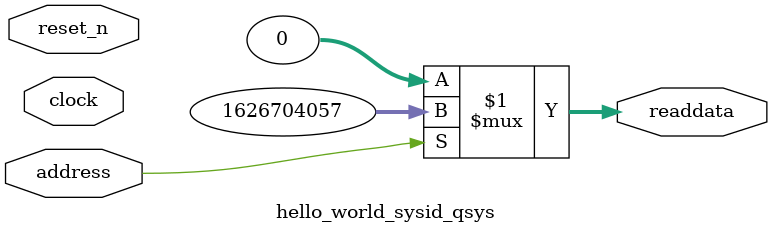
<source format=v>

`timescale 1ns / 1ps
// synthesis translate_on

// turn off superfluous verilog processor warnings 
// altera message_level Level1 
// altera message_off 10034 10035 10036 10037 10230 10240 10030 

module hello_world_sysid_qsys (
               // inputs:
                address,
                clock,
                reset_n,

               // outputs:
                readdata
             )
;

  output  [ 31: 0] readdata;
  input            address;
  input            clock;
  input            reset_n;

  wire    [ 31: 0] readdata;
  //control_slave, which is an e_avalon_slave
  assign readdata = address ? 1626704057 : 0;

endmodule




</source>
